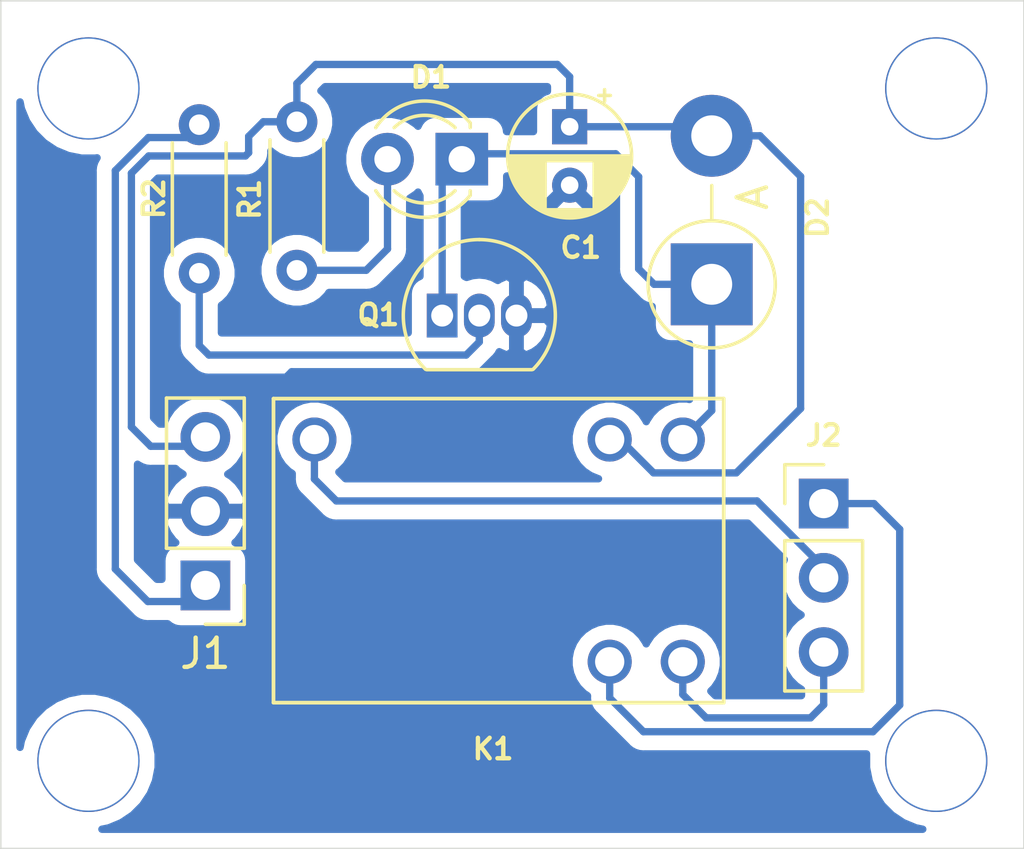
<source format=kicad_pcb>
(kicad_pcb (version 20171130) (host pcbnew "(5.1.12)-1")

  (general
    (thickness 1.6)
    (drawings 7)
    (tracks 79)
    (zones 0)
    (modules 9)
    (nets 10)
  )

  (page A4)
  (layers
    (0 F.Cu signal)
    (31 B.Cu signal)
    (32 B.Adhes user)
    (33 F.Adhes user)
    (34 B.Paste user)
    (35 F.Paste user)
    (36 B.SilkS user)
    (37 F.SilkS user)
    (38 B.Mask user)
    (39 F.Mask user)
    (40 Dwgs.User user)
    (41 Cmts.User user)
    (42 Eco1.User user)
    (43 Eco2.User user)
    (44 Edge.Cuts user)
    (45 Margin user)
    (46 B.CrtYd user)
    (47 F.CrtYd user)
    (48 B.Fab user)
    (49 F.Fab user)
  )

  (setup
    (last_trace_width 0.25)
    (trace_clearance 0.2)
    (zone_clearance 0.508)
    (zone_45_only no)
    (trace_min 0.2)
    (via_size 0.8)
    (via_drill 0.4)
    (via_min_size 0.4)
    (via_min_drill 0.3)
    (uvia_size 0.3)
    (uvia_drill 0.1)
    (uvias_allowed no)
    (uvia_min_size 0.2)
    (uvia_min_drill 0.1)
    (edge_width 0.05)
    (segment_width 0.2)
    (pcb_text_width 0.3)
    (pcb_text_size 1.5 1.5)
    (mod_edge_width 0.12)
    (mod_text_size 1 1)
    (mod_text_width 0.15)
    (pad_size 1.524 1.524)
    (pad_drill 0.762)
    (pad_to_mask_clearance 0)
    (aux_axis_origin 0 0)
    (visible_elements 7FFFFFFF)
    (pcbplotparams
      (layerselection 0x010fc_ffffffff)
      (usegerberextensions false)
      (usegerberattributes true)
      (usegerberadvancedattributes true)
      (creategerberjobfile true)
      (excludeedgelayer true)
      (linewidth 0.100000)
      (plotframeref false)
      (viasonmask false)
      (mode 1)
      (useauxorigin false)
      (hpglpennumber 1)
      (hpglpenspeed 20)
      (hpglpendiameter 15.000000)
      (psnegative false)
      (psa4output false)
      (plotreference true)
      (plotvalue true)
      (plotinvisibletext false)
      (padsonsilk false)
      (subtractmaskfromsilk false)
      (outputformat 1)
      (mirror false)
      (drillshape 0)
      (scaleselection 1)
      (outputdirectory "gerber/"))
  )

  (net 0 "")
  (net 1 Earth)
  (net 2 VCC)
  (net 3 "Net-(D1-Pad2)")
  (net 4 "Net-(D1-Pad1)")
  (net 5 "Net-(J1-Pad1)")
  (net 6 "Net-(J2-Pad3)")
  (net 7 "Net-(J2-Pad2)")
  (net 8 "Net-(J2-Pad1)")
  (net 9 "Net-(Q1-Pad2)")

  (net_class Default "This is the default net class."
    (clearance 0.2)
    (trace_width 0.25)
    (via_dia 0.8)
    (via_drill 0.4)
    (uvia_dia 0.3)
    (uvia_drill 0.1)
    (add_net Earth)
    (add_net "Net-(D1-Pad1)")
    (add_net "Net-(D1-Pad2)")
    (add_net "Net-(J1-Pad1)")
    (add_net "Net-(J2-Pad1)")
    (add_net "Net-(J2-Pad2)")
    (add_net "Net-(J2-Pad3)")
    (add_net "Net-(Q1-Pad2)")
    (add_net VCC)
  )

  (module Diode_THT:D_5W_P5.08mm_Vertical_AnodeUp (layer F.Cu) (tedit 5AE50CD5) (tstamp 64E55881)
    (at 162.32 82.7 90)
    (descr "Diode, 5W series, Axial, Vertical, pin pitch=5.08mm, , length*diameter=8.9*3.7mm^2, , http://www.diodes.com/_files/packages/8686949.gif")
    (tags "Diode 5W series Axial Vertical pin pitch 5.08mm  length 8.9mm diameter 3.7mm")
    (path /64E62961)
    (fp_text reference D2 (at 2.28 3.62 90) (layer F.SilkS)
      (effects (font (size 0.7 0.7) (thickness 0.15)))
    )
    (fp_text value IN4007 (at 7.58 0.37 180) (layer F.Fab)
      (effects (font (size 0.7 0.7) (thickness 0.15)))
    )
    (fp_circle (center 0 0) (end 1.85 0) (layer F.Fab) (width 0.1))
    (fp_circle (center 0 0) (end 2.174899 0) (layer F.SilkS) (width 0.12))
    (fp_line (start 0 0) (end 5.08 0) (layer F.Fab) (width 0.1))
    (fp_line (start 2.174899 0) (end 3.38 0) (layer F.SilkS) (width 0.12))
    (fp_line (start -2.1 -2.1) (end -2.1 2.1) (layer F.CrtYd) (width 0.05))
    (fp_line (start -2.1 2.1) (end 6.73 2.1) (layer F.CrtYd) (width 0.05))
    (fp_line (start 6.73 2.1) (end 6.73 -2.1) (layer F.CrtYd) (width 0.05))
    (fp_line (start 6.73 -2.1) (end -2.1 -2.1) (layer F.CrtYd) (width 0.05))
    (fp_text user A (at 2.98 1.4 90) (layer F.SilkS)
      (effects (font (size 1 1) (thickness 0.15)))
    )
    (fp_text user A (at 2.98 1.4 90) (layer F.Fab)
      (effects (font (size 1 1) (thickness 0.15)))
    )
    (fp_text user %R (at 2.88 -1.305 90) (layer F.Fab)
      (effects (font (size 1 1) (thickness 0.15)))
    )
    (pad 2 thru_hole oval (at 5.08 0 90) (size 2.8 2.8) (drill 1.4) (layers *.Cu *.Mask)
      (net 2 VCC))
    (pad 1 thru_hole rect (at 0 0 90) (size 2.8 2.8) (drill 1.4) (layers *.Cu *.Mask)
      (net 4 "Net-(D1-Pad1)"))
    (model ${KISYS3DMOD}/Diode_THT.3dshapes/D_5W_P5.08mm_Vertical_AnodeUp.wrl
      (at (xyz 0 0 0))
      (scale (xyz 1 1 1))
      (rotate (xyz 0 0 0))
    )
  )

  (module Capacitor_THT:CP_Radial_D4.0mm_P2.00mm (layer F.Cu) (tedit 5AE50EF0) (tstamp 64E5585D)
    (at 157.46 77.31 270)
    (descr "CP, Radial series, Radial, pin pitch=2.00mm, , diameter=4mm, Electrolytic Capacitor")
    (tags "CP Radial series Radial pin pitch 2.00mm  diameter 4mm Electrolytic Capacitor")
    (path /64E4C96F)
    (fp_text reference C1 (at 4.135 -0.38 180) (layer F.SilkS)
      (effects (font (size 0.7 0.7) (thickness 0.15)))
    )
    (fp_text value 0.1uf (at 5.16 -1.055) (layer F.Fab)
      (effects (font (size 0.7 0.7) (thickness 0.15)))
    )
    (fp_circle (center 1 0) (end 3 0) (layer F.Fab) (width 0.1))
    (fp_circle (center 1 0) (end 3.12 0) (layer F.SilkS) (width 0.12))
    (fp_circle (center 1 0) (end 3.25 0) (layer F.CrtYd) (width 0.05))
    (fp_line (start -0.702554 -0.8675) (end -0.302554 -0.8675) (layer F.Fab) (width 0.1))
    (fp_line (start -0.502554 -1.0675) (end -0.502554 -0.6675) (layer F.Fab) (width 0.1))
    (fp_line (start 1 -2.08) (end 1 2.08) (layer F.SilkS) (width 0.12))
    (fp_line (start 1.04 -2.08) (end 1.04 2.08) (layer F.SilkS) (width 0.12))
    (fp_line (start 1.08 -2.079) (end 1.08 2.079) (layer F.SilkS) (width 0.12))
    (fp_line (start 1.12 -2.077) (end 1.12 2.077) (layer F.SilkS) (width 0.12))
    (fp_line (start 1.16 -2.074) (end 1.16 2.074) (layer F.SilkS) (width 0.12))
    (fp_line (start 1.2 -2.071) (end 1.2 -0.84) (layer F.SilkS) (width 0.12))
    (fp_line (start 1.2 0.84) (end 1.2 2.071) (layer F.SilkS) (width 0.12))
    (fp_line (start 1.24 -2.067) (end 1.24 -0.84) (layer F.SilkS) (width 0.12))
    (fp_line (start 1.24 0.84) (end 1.24 2.067) (layer F.SilkS) (width 0.12))
    (fp_line (start 1.28 -2.062) (end 1.28 -0.84) (layer F.SilkS) (width 0.12))
    (fp_line (start 1.28 0.84) (end 1.28 2.062) (layer F.SilkS) (width 0.12))
    (fp_line (start 1.32 -2.056) (end 1.32 -0.84) (layer F.SilkS) (width 0.12))
    (fp_line (start 1.32 0.84) (end 1.32 2.056) (layer F.SilkS) (width 0.12))
    (fp_line (start 1.36 -2.05) (end 1.36 -0.84) (layer F.SilkS) (width 0.12))
    (fp_line (start 1.36 0.84) (end 1.36 2.05) (layer F.SilkS) (width 0.12))
    (fp_line (start 1.4 -2.042) (end 1.4 -0.84) (layer F.SilkS) (width 0.12))
    (fp_line (start 1.4 0.84) (end 1.4 2.042) (layer F.SilkS) (width 0.12))
    (fp_line (start 1.44 -2.034) (end 1.44 -0.84) (layer F.SilkS) (width 0.12))
    (fp_line (start 1.44 0.84) (end 1.44 2.034) (layer F.SilkS) (width 0.12))
    (fp_line (start 1.48 -2.025) (end 1.48 -0.84) (layer F.SilkS) (width 0.12))
    (fp_line (start 1.48 0.84) (end 1.48 2.025) (layer F.SilkS) (width 0.12))
    (fp_line (start 1.52 -2.016) (end 1.52 -0.84) (layer F.SilkS) (width 0.12))
    (fp_line (start 1.52 0.84) (end 1.52 2.016) (layer F.SilkS) (width 0.12))
    (fp_line (start 1.56 -2.005) (end 1.56 -0.84) (layer F.SilkS) (width 0.12))
    (fp_line (start 1.56 0.84) (end 1.56 2.005) (layer F.SilkS) (width 0.12))
    (fp_line (start 1.6 -1.994) (end 1.6 -0.84) (layer F.SilkS) (width 0.12))
    (fp_line (start 1.6 0.84) (end 1.6 1.994) (layer F.SilkS) (width 0.12))
    (fp_line (start 1.64 -1.982) (end 1.64 -0.84) (layer F.SilkS) (width 0.12))
    (fp_line (start 1.64 0.84) (end 1.64 1.982) (layer F.SilkS) (width 0.12))
    (fp_line (start 1.68 -1.968) (end 1.68 -0.84) (layer F.SilkS) (width 0.12))
    (fp_line (start 1.68 0.84) (end 1.68 1.968) (layer F.SilkS) (width 0.12))
    (fp_line (start 1.721 -1.954) (end 1.721 -0.84) (layer F.SilkS) (width 0.12))
    (fp_line (start 1.721 0.84) (end 1.721 1.954) (layer F.SilkS) (width 0.12))
    (fp_line (start 1.761 -1.94) (end 1.761 -0.84) (layer F.SilkS) (width 0.12))
    (fp_line (start 1.761 0.84) (end 1.761 1.94) (layer F.SilkS) (width 0.12))
    (fp_line (start 1.801 -1.924) (end 1.801 -0.84) (layer F.SilkS) (width 0.12))
    (fp_line (start 1.801 0.84) (end 1.801 1.924) (layer F.SilkS) (width 0.12))
    (fp_line (start 1.841 -1.907) (end 1.841 -0.84) (layer F.SilkS) (width 0.12))
    (fp_line (start 1.841 0.84) (end 1.841 1.907) (layer F.SilkS) (width 0.12))
    (fp_line (start 1.881 -1.889) (end 1.881 -0.84) (layer F.SilkS) (width 0.12))
    (fp_line (start 1.881 0.84) (end 1.881 1.889) (layer F.SilkS) (width 0.12))
    (fp_line (start 1.921 -1.87) (end 1.921 -0.84) (layer F.SilkS) (width 0.12))
    (fp_line (start 1.921 0.84) (end 1.921 1.87) (layer F.SilkS) (width 0.12))
    (fp_line (start 1.961 -1.851) (end 1.961 -0.84) (layer F.SilkS) (width 0.12))
    (fp_line (start 1.961 0.84) (end 1.961 1.851) (layer F.SilkS) (width 0.12))
    (fp_line (start 2.001 -1.83) (end 2.001 -0.84) (layer F.SilkS) (width 0.12))
    (fp_line (start 2.001 0.84) (end 2.001 1.83) (layer F.SilkS) (width 0.12))
    (fp_line (start 2.041 -1.808) (end 2.041 -0.84) (layer F.SilkS) (width 0.12))
    (fp_line (start 2.041 0.84) (end 2.041 1.808) (layer F.SilkS) (width 0.12))
    (fp_line (start 2.081 -1.785) (end 2.081 -0.84) (layer F.SilkS) (width 0.12))
    (fp_line (start 2.081 0.84) (end 2.081 1.785) (layer F.SilkS) (width 0.12))
    (fp_line (start 2.121 -1.76) (end 2.121 -0.84) (layer F.SilkS) (width 0.12))
    (fp_line (start 2.121 0.84) (end 2.121 1.76) (layer F.SilkS) (width 0.12))
    (fp_line (start 2.161 -1.735) (end 2.161 -0.84) (layer F.SilkS) (width 0.12))
    (fp_line (start 2.161 0.84) (end 2.161 1.735) (layer F.SilkS) (width 0.12))
    (fp_line (start 2.201 -1.708) (end 2.201 -0.84) (layer F.SilkS) (width 0.12))
    (fp_line (start 2.201 0.84) (end 2.201 1.708) (layer F.SilkS) (width 0.12))
    (fp_line (start 2.241 -1.68) (end 2.241 -0.84) (layer F.SilkS) (width 0.12))
    (fp_line (start 2.241 0.84) (end 2.241 1.68) (layer F.SilkS) (width 0.12))
    (fp_line (start 2.281 -1.65) (end 2.281 -0.84) (layer F.SilkS) (width 0.12))
    (fp_line (start 2.281 0.84) (end 2.281 1.65) (layer F.SilkS) (width 0.12))
    (fp_line (start 2.321 -1.619) (end 2.321 -0.84) (layer F.SilkS) (width 0.12))
    (fp_line (start 2.321 0.84) (end 2.321 1.619) (layer F.SilkS) (width 0.12))
    (fp_line (start 2.361 -1.587) (end 2.361 -0.84) (layer F.SilkS) (width 0.12))
    (fp_line (start 2.361 0.84) (end 2.361 1.587) (layer F.SilkS) (width 0.12))
    (fp_line (start 2.401 -1.552) (end 2.401 -0.84) (layer F.SilkS) (width 0.12))
    (fp_line (start 2.401 0.84) (end 2.401 1.552) (layer F.SilkS) (width 0.12))
    (fp_line (start 2.441 -1.516) (end 2.441 -0.84) (layer F.SilkS) (width 0.12))
    (fp_line (start 2.441 0.84) (end 2.441 1.516) (layer F.SilkS) (width 0.12))
    (fp_line (start 2.481 -1.478) (end 2.481 -0.84) (layer F.SilkS) (width 0.12))
    (fp_line (start 2.481 0.84) (end 2.481 1.478) (layer F.SilkS) (width 0.12))
    (fp_line (start 2.521 -1.438) (end 2.521 -0.84) (layer F.SilkS) (width 0.12))
    (fp_line (start 2.521 0.84) (end 2.521 1.438) (layer F.SilkS) (width 0.12))
    (fp_line (start 2.561 -1.396) (end 2.561 -0.84) (layer F.SilkS) (width 0.12))
    (fp_line (start 2.561 0.84) (end 2.561 1.396) (layer F.SilkS) (width 0.12))
    (fp_line (start 2.601 -1.351) (end 2.601 -0.84) (layer F.SilkS) (width 0.12))
    (fp_line (start 2.601 0.84) (end 2.601 1.351) (layer F.SilkS) (width 0.12))
    (fp_line (start 2.641 -1.304) (end 2.641 -0.84) (layer F.SilkS) (width 0.12))
    (fp_line (start 2.641 0.84) (end 2.641 1.304) (layer F.SilkS) (width 0.12))
    (fp_line (start 2.681 -1.254) (end 2.681 -0.84) (layer F.SilkS) (width 0.12))
    (fp_line (start 2.681 0.84) (end 2.681 1.254) (layer F.SilkS) (width 0.12))
    (fp_line (start 2.721 -1.2) (end 2.721 -0.84) (layer F.SilkS) (width 0.12))
    (fp_line (start 2.721 0.84) (end 2.721 1.2) (layer F.SilkS) (width 0.12))
    (fp_line (start 2.761 -1.142) (end 2.761 -0.84) (layer F.SilkS) (width 0.12))
    (fp_line (start 2.761 0.84) (end 2.761 1.142) (layer F.SilkS) (width 0.12))
    (fp_line (start 2.801 -1.08) (end 2.801 -0.84) (layer F.SilkS) (width 0.12))
    (fp_line (start 2.801 0.84) (end 2.801 1.08) (layer F.SilkS) (width 0.12))
    (fp_line (start 2.841 -1.013) (end 2.841 1.013) (layer F.SilkS) (width 0.12))
    (fp_line (start 2.881 -0.94) (end 2.881 0.94) (layer F.SilkS) (width 0.12))
    (fp_line (start 2.921 -0.859) (end 2.921 0.859) (layer F.SilkS) (width 0.12))
    (fp_line (start 2.961 -0.768) (end 2.961 0.768) (layer F.SilkS) (width 0.12))
    (fp_line (start 3.001 -0.664) (end 3.001 0.664) (layer F.SilkS) (width 0.12))
    (fp_line (start 3.041 -0.537) (end 3.041 0.537) (layer F.SilkS) (width 0.12))
    (fp_line (start 3.081 -0.37) (end 3.081 0.37) (layer F.SilkS) (width 0.12))
    (fp_line (start -1.269801 -1.195) (end -0.869801 -1.195) (layer F.SilkS) (width 0.12))
    (fp_line (start -1.069801 -1.395) (end -1.069801 -0.995) (layer F.SilkS) (width 0.12))
    (fp_text user %R (at 1 0 90) (layer F.Fab)
      (effects (font (size 0.8 0.8) (thickness 0.12)))
    )
    (pad 2 thru_hole circle (at 2 0 270) (size 1.2 1.2) (drill 0.6) (layers *.Cu *.Mask)
      (net 1 Earth))
    (pad 1 thru_hole rect (at 0 0 270) (size 1.2 1.2) (drill 0.6) (layers *.Cu *.Mask)
      (net 2 VCC))
    (model ${KISYS3DMOD}/Capacitor_THT.3dshapes/CP_Radial_D4.0mm_P2.00mm.wrl
      (at (xyz 0 0 0))
      (scale (xyz 1 1 1))
      (rotate (xyz 0 0 0))
    )
  )

  (module Resistor_THT:R_Axial_DIN0204_L3.6mm_D1.6mm_P5.08mm_Horizontal (layer F.Cu) (tedit 5AE5139B) (tstamp 64E558FC)
    (at 144.79 82.32 90)
    (descr "Resistor, Axial_DIN0204 series, Axial, Horizontal, pin pitch=5.08mm, 0.167W, length*diameter=3.6*1.6mm^2, http://cdn-reichelt.de/documents/datenblatt/B400/1_4W%23YAG.pdf")
    (tags "Resistor Axial_DIN0204 series Axial Horizontal pin pitch 5.08mm 0.167W length 3.6mm diameter 1.6mm")
    (path /64E50BEE)
    (fp_text reference R2 (at 2.55 -1.55 90) (layer F.SilkS)
      (effects (font (size 0.7 0.7) (thickness 0.15)))
    )
    (fp_text value 5.1K (at 4.575 1.725 90) (layer F.Fab)
      (effects (font (size 0.7 0.7) (thickness 0.15)))
    )
    (fp_line (start 0.74 -0.8) (end 0.74 0.8) (layer F.Fab) (width 0.1))
    (fp_line (start 0.74 0.8) (end 4.34 0.8) (layer F.Fab) (width 0.1))
    (fp_line (start 4.34 0.8) (end 4.34 -0.8) (layer F.Fab) (width 0.1))
    (fp_line (start 4.34 -0.8) (end 0.74 -0.8) (layer F.Fab) (width 0.1))
    (fp_line (start 0 0) (end 0.74 0) (layer F.Fab) (width 0.1))
    (fp_line (start 5.08 0) (end 4.34 0) (layer F.Fab) (width 0.1))
    (fp_line (start 0.62 -0.92) (end 4.46 -0.92) (layer F.SilkS) (width 0.12))
    (fp_line (start 0.62 0.92) (end 4.46 0.92) (layer F.SilkS) (width 0.12))
    (fp_line (start -0.95 -1.05) (end -0.95 1.05) (layer F.CrtYd) (width 0.05))
    (fp_line (start -0.95 1.05) (end 6.03 1.05) (layer F.CrtYd) (width 0.05))
    (fp_line (start 6.03 1.05) (end 6.03 -1.05) (layer F.CrtYd) (width 0.05))
    (fp_line (start 6.03 -1.05) (end -0.95 -1.05) (layer F.CrtYd) (width 0.05))
    (fp_text user %R (at 2.54 0 90) (layer F.Fab)
      (effects (font (size 0.72 0.72) (thickness 0.108)))
    )
    (pad 2 thru_hole oval (at 5.08 0 90) (size 1.4 1.4) (drill 0.7) (layers *.Cu *.Mask)
      (net 5 "Net-(J1-Pad1)"))
    (pad 1 thru_hole circle (at 0 0 90) (size 1.4 1.4) (drill 0.7) (layers *.Cu *.Mask)
      (net 9 "Net-(Q1-Pad2)"))
    (model ${KISYS3DMOD}/Resistor_THT.3dshapes/R_Axial_DIN0204_L3.6mm_D1.6mm_P5.08mm_Horizontal.wrl
      (at (xyz 0 0 0))
      (scale (xyz 1 1 1))
      (rotate (xyz 0 0 0))
    )
  )

  (module Resistor_THT:R_Axial_DIN0204_L3.6mm_D1.6mm_P5.08mm_Horizontal (layer F.Cu) (tedit 5AE5139B) (tstamp 64E558E9)
    (at 148.13 77.14 270)
    (descr "Resistor, Axial_DIN0204 series, Axial, Horizontal, pin pitch=5.08mm, 0.167W, length*diameter=3.6*1.6mm^2, http://cdn-reichelt.de/documents/datenblatt/B400/1_4W%23YAG.pdf")
    (tags "Resistor Axial_DIN0204 series Axial Horizontal pin pitch 5.08mm 0.167W length 3.6mm diameter 1.6mm")
    (path /64E4DD7F)
    (fp_text reference R1 (at 2.655 1.615 90) (layer F.SilkS)
      (effects (font (size 0.7 0.7) (thickness 0.15)))
    )
    (fp_text value 1K (at 1.78 -1.56 90) (layer F.Fab)
      (effects (font (size 0.7 0.7) (thickness 0.15)))
    )
    (fp_line (start 0.74 -0.8) (end 0.74 0.8) (layer F.Fab) (width 0.1))
    (fp_line (start 0.74 0.8) (end 4.34 0.8) (layer F.Fab) (width 0.1))
    (fp_line (start 4.34 0.8) (end 4.34 -0.8) (layer F.Fab) (width 0.1))
    (fp_line (start 4.34 -0.8) (end 0.74 -0.8) (layer F.Fab) (width 0.1))
    (fp_line (start 0 0) (end 0.74 0) (layer F.Fab) (width 0.1))
    (fp_line (start 5.08 0) (end 4.34 0) (layer F.Fab) (width 0.1))
    (fp_line (start 0.62 -0.92) (end 4.46 -0.92) (layer F.SilkS) (width 0.12))
    (fp_line (start 0.62 0.92) (end 4.46 0.92) (layer F.SilkS) (width 0.12))
    (fp_line (start -0.95 -1.05) (end -0.95 1.05) (layer F.CrtYd) (width 0.05))
    (fp_line (start -0.95 1.05) (end 6.03 1.05) (layer F.CrtYd) (width 0.05))
    (fp_line (start 6.03 1.05) (end 6.03 -1.05) (layer F.CrtYd) (width 0.05))
    (fp_line (start 6.03 -1.05) (end -0.95 -1.05) (layer F.CrtYd) (width 0.05))
    (fp_text user %R (at 2.54 0 90) (layer F.Fab)
      (effects (font (size 0.72 0.72) (thickness 0.108)))
    )
    (pad 2 thru_hole oval (at 5.08 0 270) (size 1.4 1.4) (drill 0.7) (layers *.Cu *.Mask)
      (net 3 "Net-(D1-Pad2)"))
    (pad 1 thru_hole circle (at 0 0 270) (size 1.4 1.4) (drill 0.7) (layers *.Cu *.Mask)
      (net 2 VCC))
    (model ${KISYS3DMOD}/Resistor_THT.3dshapes/R_Axial_DIN0204_L3.6mm_D1.6mm_P5.08mm_Horizontal.wrl
      (at (xyz 0 0 0))
      (scale (xyz 1 1 1))
      (rotate (xyz 0 0 0))
    )
  )

  (module Package_TO_SOT_THT:TO-92_Inline (layer F.Cu) (tedit 5A1DD157) (tstamp 64E558D6)
    (at 153.1 83.77)
    (descr "TO-92 leads in-line, narrow, oval pads, drill 0.75mm (see NXP sot054_po.pdf)")
    (tags "to-92 sc-43 sc-43a sot54 PA33 transistor")
    (path /64E517F6)
    (fp_text reference Q1 (at -2.185 -0.025) (layer F.SilkS)
      (effects (font (size 0.7 0.7) (thickness 0.15)))
    )
    (fp_text value BC547 (at 1.74 2.65) (layer F.Fab)
      (effects (font (size 0.7 0.7) (thickness 0.15)))
    )
    (fp_line (start -0.53 1.85) (end 3.07 1.85) (layer F.SilkS) (width 0.12))
    (fp_line (start -0.5 1.75) (end 3 1.75) (layer F.Fab) (width 0.1))
    (fp_line (start -1.46 -2.73) (end 4 -2.73) (layer F.CrtYd) (width 0.05))
    (fp_line (start -1.46 -2.73) (end -1.46 2.01) (layer F.CrtYd) (width 0.05))
    (fp_line (start 4 2.01) (end 4 -2.73) (layer F.CrtYd) (width 0.05))
    (fp_line (start 4 2.01) (end -1.46 2.01) (layer F.CrtYd) (width 0.05))
    (fp_arc (start 1.27 0) (end 1.27 -2.6) (angle 135) (layer F.SilkS) (width 0.12))
    (fp_arc (start 1.27 0) (end 1.27 -2.48) (angle -135) (layer F.Fab) (width 0.1))
    (fp_arc (start 1.27 0) (end 1.27 -2.6) (angle -135) (layer F.SilkS) (width 0.12))
    (fp_arc (start 1.27 0) (end 1.27 -2.48) (angle 135) (layer F.Fab) (width 0.1))
    (fp_text user %R (at -2.31 -0.16) (layer F.Fab)
      (effects (font (size 1 1) (thickness 0.15)))
    )
    (pad 1 thru_hole rect (at 0 0) (size 1.05 1.5) (drill 0.75) (layers *.Cu *.Mask)
      (net 4 "Net-(D1-Pad1)"))
    (pad 3 thru_hole oval (at 2.54 0) (size 1.05 1.5) (drill 0.75) (layers *.Cu *.Mask)
      (net 1 Earth))
    (pad 2 thru_hole oval (at 1.27 0) (size 1.05 1.5) (drill 0.75) (layers *.Cu *.Mask)
      (net 9 "Net-(Q1-Pad2)"))
    (model ${KISYS3DMOD}/Package_TO_SOT_THT.3dshapes/TO-92_Inline.wrl
      (at (xyz 0 0 0))
      (scale (xyz 1 1 1))
      (rotate (xyz 0 0 0))
    )
  )

  (module 6-1419130-5:TE_6-1419130-5 (layer F.Cu) (tedit 64E4BD26) (tstamp 64E558C4)
    (at 155.03 91.81 180)
    (path /64E55029)
    (fp_text reference K1 (at 0.19 -6.785) (layer F.SilkS)
      (effects (font (size 0.7 0.7) (thickness 0.15)))
    )
    (fp_text value 6-1419130-5 (at -4.985 -6.46) (layer F.Fab)
      (effects (font (size 0.7 0.7) (thickness 0.15)))
    )
    (fp_line (start -7.7 -5.2) (end 7.7 -5.2) (layer F.SilkS) (width 0.127))
    (fp_line (start 7.7 -5.2) (end 7.7 5.2) (layer F.SilkS) (width 0.127))
    (fp_line (start 7.7 5.2) (end -7.7 5.2) (layer F.SilkS) (width 0.127))
    (fp_line (start -7.7 5.2) (end -7.7 -5.2) (layer F.SilkS) (width 0.127))
    (fp_line (start -7.7 5.2) (end 7.7 5.2) (layer F.Fab) (width 0.127))
    (fp_line (start 7.7 5.2) (end 7.7 -5.2) (layer F.Fab) (width 0.127))
    (fp_line (start 7.7 -5.2) (end -7.7 -5.2) (layer F.Fab) (width 0.127))
    (fp_line (start -7.7 -5.2) (end -7.7 5.2) (layer F.Fab) (width 0.127))
    (fp_line (start -7.95 5.45) (end 7.95 5.45) (layer F.CrtYd) (width 0.05))
    (fp_line (start 7.95 5.45) (end 7.95 -5.45) (layer F.CrtYd) (width 0.05))
    (fp_line (start 7.95 -5.45) (end -7.95 -5.45) (layer F.CrtYd) (width 0.05))
    (fp_line (start -7.95 -5.45) (end -7.95 5.45) (layer F.CrtYd) (width 0.05))
    (pad 12 thru_hole circle (at -6.3 -3.8 180) (size 1.508 1.508) (drill 1) (layers *.Cu *.Mask)
      (net 6 "Net-(J2-Pad3)"))
    (pad 14 thru_hole circle (at -3.8 -3.8 180) (size 1.508 1.508) (drill 1) (layers *.Cu *.Mask)
      (net 8 "Net-(J2-Pad1)"))
    (pad A1 thru_hole circle (at -6.3 3.8 180) (size 1.508 1.508) (drill 1) (layers *.Cu *.Mask)
      (net 4 "Net-(D1-Pad1)"))
    (pad A2 thru_hole circle (at -3.8 3.8 180) (size 1.508 1.508) (drill 1) (layers *.Cu *.Mask)
      (net 2 VCC))
    (pad 11 thru_hole circle (at 6.3 3.8 180) (size 1.508 1.508) (drill 1) (layers *.Cu *.Mask)
      (net 7 "Net-(J2-Pad2)"))
  )

  (module Connector_PinHeader_2.54mm:PinHeader_1x03_P2.54mm_Vertical (layer F.Cu) (tedit 59FED5CC) (tstamp 64E558AF)
    (at 166.15 90.2)
    (descr "Through hole straight pin header, 1x03, 2.54mm pitch, single row")
    (tags "Through hole pin header THT 1x03 2.54mm single row")
    (path /64E52D65)
    (fp_text reference J2 (at 0 -2.33) (layer F.SilkS)
      (effects (font (size 0.7 0.7) (thickness 0.15)))
    )
    (fp_text value Screw_Terminal (at 3.61 2.26 270) (layer F.Fab)
      (effects (font (size 0.7 0.7) (thickness 0.15)))
    )
    (fp_line (start -0.635 -1.27) (end 1.27 -1.27) (layer F.Fab) (width 0.1))
    (fp_line (start 1.27 -1.27) (end 1.27 6.35) (layer F.Fab) (width 0.1))
    (fp_line (start 1.27 6.35) (end -1.27 6.35) (layer F.Fab) (width 0.1))
    (fp_line (start -1.27 6.35) (end -1.27 -0.635) (layer F.Fab) (width 0.1))
    (fp_line (start -1.27 -0.635) (end -0.635 -1.27) (layer F.Fab) (width 0.1))
    (fp_line (start -1.33 6.41) (end 1.33 6.41) (layer F.SilkS) (width 0.12))
    (fp_line (start -1.33 1.27) (end -1.33 6.41) (layer F.SilkS) (width 0.12))
    (fp_line (start 1.33 1.27) (end 1.33 6.41) (layer F.SilkS) (width 0.12))
    (fp_line (start -1.33 1.27) (end 1.33 1.27) (layer F.SilkS) (width 0.12))
    (fp_line (start -1.33 0) (end -1.33 -1.33) (layer F.SilkS) (width 0.12))
    (fp_line (start -1.33 -1.33) (end 0 -1.33) (layer F.SilkS) (width 0.12))
    (fp_line (start -1.8 -1.8) (end -1.8 6.85) (layer F.CrtYd) (width 0.05))
    (fp_line (start -1.8 6.85) (end 1.8 6.85) (layer F.CrtYd) (width 0.05))
    (fp_line (start 1.8 6.85) (end 1.8 -1.8) (layer F.CrtYd) (width 0.05))
    (fp_line (start 1.8 -1.8) (end -1.8 -1.8) (layer F.CrtYd) (width 0.05))
    (fp_text user %R (at 0 2.54 90) (layer F.Fab)
      (effects (font (size 1 1) (thickness 0.15)))
    )
    (pad 3 thru_hole oval (at 0 5.08) (size 1.7 1.7) (drill 1) (layers *.Cu *.Mask)
      (net 6 "Net-(J2-Pad3)"))
    (pad 2 thru_hole oval (at 0 2.54) (size 1.7 1.7) (drill 1) (layers *.Cu *.Mask)
      (net 7 "Net-(J2-Pad2)"))
    (pad 1 thru_hole rect (at 0 0) (size 1.7 1.7) (drill 1) (layers *.Cu *.Mask)
      (net 8 "Net-(J2-Pad1)"))
    (model ${KISYS3DMOD}/Connector_PinHeader_2.54mm.3dshapes/PinHeader_1x03_P2.54mm_Vertical.wrl
      (at (xyz 0 0 0))
      (scale (xyz 1 1 1))
      (rotate (xyz 0 0 0))
    )
  )

  (module Connector_PinHeader_2.54mm:PinHeader_1x03_P2.54mm_Vertical (layer F.Cu) (tedit 59FED5CC) (tstamp 64E55898)
    (at 145 93 180)
    (descr "Through hole straight pin header, 1x03, 2.54mm pitch, single row")
    (tags "Through hole pin header THT 1x03 2.54mm single row")
    (path /64E4B8FE)
    (fp_text reference J1 (at 0 -2.33) (layer F.SilkS)
      (effects (font (size 1 1) (thickness 0.15)))
    )
    (fp_text value conn (at 0 7.41) (layer F.Fab)
      (effects (font (size 0.7 0.7) (thickness 0.15)))
    )
    (fp_line (start -0.635 -1.27) (end 1.27 -1.27) (layer F.Fab) (width 0.1))
    (fp_line (start 1.27 -1.27) (end 1.27 6.35) (layer F.Fab) (width 0.1))
    (fp_line (start 1.27 6.35) (end -1.27 6.35) (layer F.Fab) (width 0.1))
    (fp_line (start -1.27 6.35) (end -1.27 -0.635) (layer F.Fab) (width 0.1))
    (fp_line (start -1.27 -0.635) (end -0.635 -1.27) (layer F.Fab) (width 0.1))
    (fp_line (start -1.33 6.41) (end 1.33 6.41) (layer F.SilkS) (width 0.12))
    (fp_line (start -1.33 1.27) (end -1.33 6.41) (layer F.SilkS) (width 0.12))
    (fp_line (start 1.33 1.27) (end 1.33 6.41) (layer F.SilkS) (width 0.12))
    (fp_line (start -1.33 1.27) (end 1.33 1.27) (layer F.SilkS) (width 0.12))
    (fp_line (start -1.33 0) (end -1.33 -1.33) (layer F.SilkS) (width 0.12))
    (fp_line (start -1.33 -1.33) (end 0 -1.33) (layer F.SilkS) (width 0.12))
    (fp_line (start -1.8 -1.8) (end -1.8 6.85) (layer F.CrtYd) (width 0.05))
    (fp_line (start -1.8 6.85) (end 1.8 6.85) (layer F.CrtYd) (width 0.05))
    (fp_line (start 1.8 6.85) (end 1.8 -1.8) (layer F.CrtYd) (width 0.05))
    (fp_line (start 1.8 -1.8) (end -1.8 -1.8) (layer F.CrtYd) (width 0.05))
    (fp_text user %R (at 0 2.54 90) (layer F.Fab)
      (effects (font (size 1 1) (thickness 0.15)))
    )
    (pad 3 thru_hole oval (at 0 5.08 180) (size 1.7 1.7) (drill 1) (layers *.Cu *.Mask)
      (net 2 VCC))
    (pad 2 thru_hole oval (at 0 2.54 180) (size 1.7 1.7) (drill 1) (layers *.Cu *.Mask)
      (net 1 Earth))
    (pad 1 thru_hole rect (at 0 0 180) (size 1.7 1.7) (drill 1) (layers *.Cu *.Mask)
      (net 5 "Net-(J1-Pad1)"))
    (model ${KISYS3DMOD}/Connector_PinHeader_2.54mm.3dshapes/PinHeader_1x03_P2.54mm_Vertical.wrl
      (at (xyz 0 0 0))
      (scale (xyz 1 1 1))
      (rotate (xyz 0 0 0))
    )
  )

  (module LED_THT:LED_D3.0mm (layer F.Cu) (tedit 587A3A7B) (tstamp 64E55870)
    (at 153.77 78.42 180)
    (descr "LED, diameter 3.0mm, 2 pins")
    (tags "LED diameter 3.0mm 2 pins")
    (path /64E4F2A1)
    (fp_text reference D1 (at 1.055 2.8) (layer F.SilkS)
      (effects (font (size 0.7 0.7) (thickness 0.15)))
    )
    (fp_text value LED (at -0.52 -2.075) (layer F.Fab)
      (effects (font (size 0.7 0.7) (thickness 0.15)))
    )
    (fp_circle (center 1.27 0) (end 2.77 0) (layer F.Fab) (width 0.1))
    (fp_line (start -0.23 -1.16619) (end -0.23 1.16619) (layer F.Fab) (width 0.1))
    (fp_line (start -0.29 -1.236) (end -0.29 -1.08) (layer F.SilkS) (width 0.12))
    (fp_line (start -0.29 1.08) (end -0.29 1.236) (layer F.SilkS) (width 0.12))
    (fp_line (start -1.15 -2.25) (end -1.15 2.25) (layer F.CrtYd) (width 0.05))
    (fp_line (start -1.15 2.25) (end 3.7 2.25) (layer F.CrtYd) (width 0.05))
    (fp_line (start 3.7 2.25) (end 3.7 -2.25) (layer F.CrtYd) (width 0.05))
    (fp_line (start 3.7 -2.25) (end -1.15 -2.25) (layer F.CrtYd) (width 0.05))
    (fp_arc (start 1.27 0) (end 0.229039 1.08) (angle -87.9) (layer F.SilkS) (width 0.12))
    (fp_arc (start 1.27 0) (end 0.229039 -1.08) (angle 87.9) (layer F.SilkS) (width 0.12))
    (fp_arc (start 1.27 0) (end -0.29 1.235516) (angle -108.8) (layer F.SilkS) (width 0.12))
    (fp_arc (start 1.27 0) (end -0.29 -1.235516) (angle 108.8) (layer F.SilkS) (width 0.12))
    (fp_arc (start 1.27 0) (end -0.23 -1.16619) (angle 284.3) (layer F.Fab) (width 0.1))
    (pad 2 thru_hole circle (at 2.54 0 180) (size 1.8 1.8) (drill 0.9) (layers *.Cu *.Mask)
      (net 3 "Net-(D1-Pad2)"))
    (pad 1 thru_hole rect (at 0 0 180) (size 1.8 1.8) (drill 0.9) (layers *.Cu *.Mask)
      (net 4 "Net-(D1-Pad1)"))
    (model ${KISYS3DMOD}/LED_THT.3dshapes/LED_D3.0mm.wrl
      (at (xyz 0 0 0))
      (scale (xyz 1 1 1))
      (rotate (xyz 0 0 0))
    )
  )

  (gr_line (start 173 73) (end 168 73) (layer Edge.Cuts) (width 0.05) (tstamp 64E56B8B))
  (gr_line (start 173 102) (end 173 73) (layer Edge.Cuts) (width 0.05))
  (gr_line (start 138 102) (end 173 102) (layer Edge.Cuts) (width 0.05))
  (gr_line (start 138 99) (end 138 102) (layer Edge.Cuts) (width 0.05))
  (gr_line (start 138 73) (end 139 73) (layer Edge.Cuts) (width 0.05) (tstamp 64E562EA))
  (gr_line (start 138 99) (end 138 73) (layer Edge.Cuts) (width 0.05))
  (gr_line (start 139 73) (end 168 73) (layer Edge.Cuts) (width 0.05))

  (via (at 141 76) (size 3.5) (drill 3.4) (layers F.Cu B.Cu) (net 0))
  (via (at 170 76) (size 3.5) (drill 3.4) (layers F.Cu B.Cu) (net 0))
  (via (at 141 99) (size 3.5) (drill 3.4) (layers F.Cu B.Cu) (net 0) (tstamp 64E56B76))
  (via (at 170 99) (size 3.5) (drill 3.4) (layers F.Cu B.Cu) (net 0) (tstamp 64E56B76))
  (segment (start 145 90.46) (end 146.24 90.46) (width 0.25) (layer B.Cu) (net 1))
  (segment (start 146.24 90.46) (end 147.21 89.49) (width 0.25) (layer B.Cu) (net 1))
  (segment (start 147.21 86.43) (end 147.95 85.69) (width 0.25) (layer B.Cu) (net 1))
  (segment (start 147.21 89.49) (end 147.21 86.43) (width 0.25) (layer B.Cu) (net 1))
  (segment (start 147.95 85.69) (end 155.3 85.69) (width 0.25) (layer B.Cu) (net 1))
  (segment (start 155.64 85.35) (end 155.64 83.77) (width 0.25) (layer B.Cu) (net 1))
  (segment (start 155.3 85.69) (end 155.64 85.35) (width 0.25) (layer B.Cu) (net 1))
  (segment (start 162.01 77.31) (end 162.32 77.62) (width 0.25) (layer B.Cu) (net 2))
  (segment (start 157.46 77.31) (end 162.01 77.31) (width 0.25) (layer B.Cu) (net 2))
  (segment (start 148.13 77.14) (end 148.13 75.83) (width 0.25) (layer B.Cu) (net 2))
  (segment (start 148.13 75.83) (end 148.78 75.18) (width 0.25) (layer B.Cu) (net 2))
  (segment (start 148.78 75.18) (end 157.04 75.18) (width 0.25) (layer B.Cu) (net 2))
  (segment (start 157.46 75.6) (end 157.46 77.31) (width 0.25) (layer B.Cu) (net 2))
  (segment (start 157.04 75.18) (end 157.46 75.6) (width 0.25) (layer B.Cu) (net 2))
  (segment (start 163.97 77.62) (end 162.32 77.62) (width 0.25) (layer B.Cu) (net 2))
  (segment (start 165.36 86.95) (end 165.36 79.01) (width 0.25) (layer B.Cu) (net 2))
  (segment (start 163.16 89.15) (end 165.36 86.95) (width 0.25) (layer B.Cu) (net 2))
  (segment (start 160.33 89.15) (end 163.16 89.15) (width 0.25) (layer B.Cu) (net 2))
  (segment (start 165.36 79.01) (end 163.97 77.62) (width 0.25) (layer B.Cu) (net 2))
  (segment (start 159.19 88.01) (end 160.33 89.15) (width 0.25) (layer B.Cu) (net 2))
  (segment (start 158.83 88.01) (end 159.19 88.01) (width 0.25) (layer B.Cu) (net 2))
  (segment (start 144.68 88.24) (end 145 87.92) (width 0.25) (layer B.Cu) (net 2))
  (segment (start 143.13 88.24) (end 144.68 88.24) (width 0.25) (layer B.Cu) (net 2))
  (segment (start 142.47 87.58) (end 143.13 88.24) (width 0.25) (layer B.Cu) (net 2))
  (segment (start 142.47 78.9) (end 142.47 87.58) (width 0.25) (layer B.Cu) (net 2))
  (segment (start 146.37 78.31) (end 143.06 78.31) (width 0.25) (layer B.Cu) (net 2))
  (segment (start 143.06 78.31) (end 142.47 78.9) (width 0.25) (layer B.Cu) (net 2))
  (segment (start 146.48 78.2) (end 146.37 78.31) (width 0.25) (layer B.Cu) (net 2))
  (segment (start 146.48 77.64) (end 146.48 78.2) (width 0.25) (layer B.Cu) (net 2))
  (segment (start 146.98 77.14) (end 146.48 77.64) (width 0.25) (layer B.Cu) (net 2))
  (segment (start 148.13 77.14) (end 146.98 77.14) (width 0.25) (layer B.Cu) (net 2))
  (segment (start 151.08 78.27) (end 151.23 78.42) (width 0.25) (layer B.Cu) (net 3))
  (segment (start 148.13 82.22) (end 150.5 82.22) (width 0.25) (layer B.Cu) (net 3))
  (segment (start 151.23 81.49) (end 151.23 78.42) (width 0.25) (layer B.Cu) (net 3))
  (segment (start 150.5 82.22) (end 151.23 81.49) (width 0.25) (layer B.Cu) (net 3))
  (segment (start 153.1 79.09) (end 153.77 78.42) (width 0.25) (layer B.Cu) (net 4))
  (segment (start 153.1 83.77) (end 153.1 79.09) (width 0.25) (layer B.Cu) (net 4))
  (segment (start 159.035001 78.235001) (end 153.954999 78.235001) (width 0.25) (layer B.Cu) (net 4))
  (segment (start 159.82 79.02) (end 159.035001 78.235001) (width 0.25) (layer B.Cu) (net 4))
  (segment (start 159.82 82.17) (end 159.82 79.02) (width 0.25) (layer B.Cu) (net 4))
  (segment (start 160.35 82.7) (end 159.82 82.17) (width 0.25) (layer B.Cu) (net 4))
  (segment (start 153.954999 78.235001) (end 153.77 78.42) (width 0.25) (layer B.Cu) (net 4))
  (segment (start 162.32 82.7) (end 160.35 82.7) (width 0.25) (layer B.Cu) (net 4))
  (segment (start 162.32 87.02) (end 162.32 82.7) (width 0.25) (layer B.Cu) (net 4))
  (segment (start 161.33 88.01) (end 162.32 87.02) (width 0.25) (layer B.Cu) (net 4))
  (segment (start 144.45 93.55) (end 145 93) (width 0.25) (layer B.Cu) (net 5))
  (segment (start 143.03 93.55) (end 144.45 93.55) (width 0.25) (layer B.Cu) (net 5))
  (segment (start 141.92 92.44) (end 143.03 93.55) (width 0.25) (layer B.Cu) (net 5))
  (segment (start 141.92 78.81) (end 141.92 92.44) (width 0.25) (layer B.Cu) (net 5))
  (segment (start 143.05 77.68) (end 141.92 78.81) (width 0.25) (layer B.Cu) (net 5))
  (segment (start 144.35 77.68) (end 143.05 77.68) (width 0.25) (layer B.Cu) (net 5))
  (segment (start 144.79 77.24) (end 144.35 77.68) (width 0.25) (layer B.Cu) (net 5))
  (segment (start 161.33 95.61) (end 161.33 96.73) (width 0.25) (layer B.Cu) (net 6))
  (segment (start 161.33 96.73) (end 162.13 97.53) (width 0.25) (layer B.Cu) (net 6))
  (segment (start 162.13 97.53) (end 165.7 97.53) (width 0.25) (layer B.Cu) (net 6))
  (segment (start 166.15 97.08) (end 166.15 95.28) (width 0.25) (layer B.Cu) (net 6))
  (segment (start 165.7 97.53) (end 166.15 97.08) (width 0.25) (layer B.Cu) (net 6))
  (segment (start 166.15 92.39) (end 166.15 92.74) (width 0.25) (layer B.Cu) (net 7))
  (segment (start 163.87 90.11) (end 166.15 92.39) (width 0.25) (layer B.Cu) (net 7))
  (segment (start 149.48 90.11) (end 163.87 90.11) (width 0.25) (layer B.Cu) (net 7))
  (segment (start 148.73 89.36) (end 149.48 90.11) (width 0.25) (layer B.Cu) (net 7))
  (segment (start 148.73 88.01) (end 148.73 89.36) (width 0.25) (layer B.Cu) (net 7))
  (segment (start 158.83 95.61) (end 158.83 96.85) (width 0.25) (layer B.Cu) (net 8))
  (segment (start 159.983999 98.003999) (end 167.836001 98.003999) (width 0.25) (layer B.Cu) (net 8))
  (segment (start 158.83 96.85) (end 159.983999 98.003999) (width 0.25) (layer B.Cu) (net 8))
  (segment (start 167.836001 98.003999) (end 168.75 97.09) (width 0.25) (layer B.Cu) (net 8))
  (segment (start 168.75 97.09) (end 168.75 91.08) (width 0.25) (layer B.Cu) (net 8))
  (segment (start 167.87 90.2) (end 166.15 90.2) (width 0.25) (layer B.Cu) (net 8))
  (segment (start 168.75 91.08) (end 167.87 90.2) (width 0.25) (layer B.Cu) (net 8))
  (segment (start 154.37 84.360002) (end 154.37 83.77) (width 0.25) (layer B.Cu) (net 9))
  (segment (start 145.12 85.12) (end 144.79 84.79) (width 0.25) (layer B.Cu) (net 9))
  (segment (start 153.92 85.12) (end 145.12 85.12) (width 0.25) (layer B.Cu) (net 9))
  (segment (start 154.37 84.67) (end 153.92 85.12) (width 0.25) (layer B.Cu) (net 9))
  (segment (start 144.79 84.79) (end 144.79 82.32) (width 0.25) (layer B.Cu) (net 9))
  (segment (start 154.37 83.77) (end 154.37 84.67) (width 0.25) (layer B.Cu) (net 9))

  (zone (net 1) (net_name Earth) (layer B.Cu) (tstamp 64E578B8) (hatch edge 0.508)
    (connect_pads (clearance 0.508))
    (min_thickness 0.254)
    (fill yes (arc_segments 32) (thermal_gap 0.508) (thermal_bridge_width 0.508))
    (polygon
      (pts
        (xy 173 102) (xy 138 102) (xy 138 73) (xy 173 73)
      )
    )
    (filled_polygon
      (pts
        (xy 156.7 76.094962) (xy 156.61582 76.120498) (xy 156.505506 76.179463) (xy 156.408815 76.258815) (xy 156.329463 76.355506)
        (xy 156.270498 76.46582) (xy 156.234188 76.585518) (xy 156.221928 76.71) (xy 156.221928 77.475001) (xy 155.30364 77.475001)
        (xy 155.295812 77.395518) (xy 155.259502 77.27582) (xy 155.200537 77.165506) (xy 155.121185 77.068815) (xy 155.024494 76.989463)
        (xy 154.91418 76.930498) (xy 154.794482 76.894188) (xy 154.67 76.881928) (xy 152.87 76.881928) (xy 152.745518 76.894188)
        (xy 152.62582 76.930498) (xy 152.515506 76.989463) (xy 152.418815 77.068815) (xy 152.339463 77.165506) (xy 152.280498 77.27582)
        (xy 152.274944 77.294127) (xy 152.208505 77.227688) (xy 151.957095 77.059701) (xy 151.677743 76.943989) (xy 151.381184 76.885)
        (xy 151.078816 76.885) (xy 150.782257 76.943989) (xy 150.502905 77.059701) (xy 150.251495 77.227688) (xy 150.037688 77.441495)
        (xy 149.869701 77.692905) (xy 149.753989 77.972257) (xy 149.695 78.268816) (xy 149.695 78.571184) (xy 149.753989 78.867743)
        (xy 149.869701 79.147095) (xy 150.037688 79.398505) (xy 150.251495 79.612312) (xy 150.470001 79.758313) (xy 150.47 81.175198)
        (xy 150.185199 81.46) (xy 149.227775 81.46) (xy 149.166962 81.368987) (xy 148.981013 81.183038) (xy 148.762359 81.036939)
        (xy 148.519405 80.936304) (xy 148.261486 80.885) (xy 147.998514 80.885) (xy 147.740595 80.936304) (xy 147.497641 81.036939)
        (xy 147.278987 81.183038) (xy 147.093038 81.368987) (xy 146.946939 81.587641) (xy 146.846304 81.830595) (xy 146.795 82.088514)
        (xy 146.795 82.351486) (xy 146.846304 82.609405) (xy 146.946939 82.852359) (xy 147.093038 83.071013) (xy 147.278987 83.256962)
        (xy 147.497641 83.403061) (xy 147.740595 83.503696) (xy 147.998514 83.555) (xy 148.261486 83.555) (xy 148.519405 83.503696)
        (xy 148.762359 83.403061) (xy 148.981013 83.256962) (xy 149.166962 83.071013) (xy 149.227775 82.98) (xy 150.462678 82.98)
        (xy 150.5 82.983676) (xy 150.537322 82.98) (xy 150.537333 82.98) (xy 150.648986 82.969003) (xy 150.792247 82.925546)
        (xy 150.924276 82.854974) (xy 151.040001 82.760001) (xy 151.063803 82.730998) (xy 151.741004 82.053798) (xy 151.770001 82.030001)
        (xy 151.846881 81.936323) (xy 151.864974 81.914277) (xy 151.935546 81.782247) (xy 151.957765 81.708998) (xy 151.979003 81.638986)
        (xy 151.99 81.527333) (xy 151.99 81.527323) (xy 151.993676 81.49) (xy 151.99 81.452677) (xy 151.99 79.758313)
        (xy 152.208505 79.612312) (xy 152.274944 79.545873) (xy 152.280498 79.56418) (xy 152.339463 79.674494) (xy 152.340001 79.675149)
        (xy 152.34 82.427713) (xy 152.33082 82.430498) (xy 152.220506 82.489463) (xy 152.123815 82.568815) (xy 152.044463 82.665506)
        (xy 151.985498 82.77582) (xy 151.949188 82.895518) (xy 151.936928 83.02) (xy 151.936928 84.36) (xy 145.55 84.36)
        (xy 145.55 83.417775) (xy 145.641013 83.356962) (xy 145.826962 83.171013) (xy 145.973061 82.952359) (xy 146.073696 82.709405)
        (xy 146.125 82.451486) (xy 146.125 82.188514) (xy 146.073696 81.930595) (xy 145.973061 81.687641) (xy 145.826962 81.468987)
        (xy 145.641013 81.283038) (xy 145.422359 81.136939) (xy 145.179405 81.036304) (xy 144.921486 80.985) (xy 144.658514 80.985)
        (xy 144.400595 81.036304) (xy 144.157641 81.136939) (xy 143.938987 81.283038) (xy 143.753038 81.468987) (xy 143.606939 81.687641)
        (xy 143.506304 81.930595) (xy 143.455 82.188514) (xy 143.455 82.451486) (xy 143.506304 82.709405) (xy 143.606939 82.952359)
        (xy 143.753038 83.171013) (xy 143.938987 83.356962) (xy 144.030001 83.417775) (xy 144.03 84.752677) (xy 144.026324 84.79)
        (xy 144.03 84.827322) (xy 144.03 84.827332) (xy 144.040997 84.938985) (xy 144.079389 85.065548) (xy 144.084454 85.082246)
        (xy 144.155026 85.214276) (xy 144.194871 85.262826) (xy 144.249999 85.330001) (xy 144.279002 85.353803) (xy 144.5562 85.631002)
        (xy 144.579999 85.660001) (xy 144.695724 85.754974) (xy 144.827753 85.825546) (xy 144.971014 85.869003) (xy 145.082667 85.88)
        (xy 145.082676 85.88) (xy 145.119999 85.883676) (xy 145.157322 85.88) (xy 153.882678 85.88) (xy 153.92 85.883676)
        (xy 153.957322 85.88) (xy 153.957333 85.88) (xy 154.068986 85.869003) (xy 154.212247 85.825546) (xy 154.344276 85.754974)
        (xy 154.460001 85.660001) (xy 154.483804 85.630997) (xy 154.880997 85.233804) (xy 154.910001 85.210001) (xy 154.983864 85.119999)
        (xy 155.004974 85.094277) (xy 155.052722 85.004947) (xy 155.063118 85.012275) (xy 155.272663 85.105272) (xy 155.33419 85.113964)
        (xy 155.513 84.988163) (xy 155.513 84.223108) (xy 155.513215 84.222399) (xy 155.53 84.051978) (xy 155.53 83.897)
        (xy 155.767 83.897) (xy 155.767 84.988163) (xy 155.94581 85.113964) (xy 156.007337 85.105272) (xy 156.216882 85.012275)
        (xy 156.404258 84.880184) (xy 156.562264 84.714076) (xy 156.684828 84.520334) (xy 156.767239 84.306404) (xy 156.806331 84.080507)
        (xy 156.646598 83.897) (xy 155.767 83.897) (xy 155.53 83.897) (xy 155.53 83.488021) (xy 155.513215 83.3176)
        (xy 155.513 83.316891) (xy 155.513 82.551837) (xy 155.767 82.551837) (xy 155.767 83.643) (xy 156.646598 83.643)
        (xy 156.806331 83.459493) (xy 156.767239 83.233596) (xy 156.684828 83.019666) (xy 156.562264 82.825924) (xy 156.404258 82.659816)
        (xy 156.216882 82.527725) (xy 156.007337 82.434728) (xy 155.94581 82.426036) (xy 155.767 82.551837) (xy 155.513 82.551837)
        (xy 155.33419 82.426036) (xy 155.272663 82.434728) (xy 155.063118 82.527725) (xy 155.004669 82.568929) (xy 154.816059 82.468115)
        (xy 154.597399 82.401785) (xy 154.37 82.379388) (xy 154.1426 82.401785) (xy 153.933902 82.465093) (xy 153.86918 82.430498)
        (xy 153.86 82.427713) (xy 153.86 80.159764) (xy 156.789841 80.159764) (xy 156.837148 80.383348) (xy 157.058516 80.484237)
        (xy 157.295313 80.54) (xy 157.538438 80.548495) (xy 157.778549 80.509395) (xy 158.006418 80.424202) (xy 158.082852 80.383348)
        (xy 158.130159 80.159764) (xy 157.46 79.489605) (xy 156.789841 80.159764) (xy 153.86 80.159764) (xy 153.86 79.958072)
        (xy 154.67 79.958072) (xy 154.794482 79.945812) (xy 154.91418 79.909502) (xy 155.024494 79.850537) (xy 155.121185 79.771185)
        (xy 155.200537 79.674494) (xy 155.259502 79.56418) (xy 155.295812 79.444482) (xy 155.308072 79.32) (xy 155.308072 78.995001)
        (xy 156.265397 78.995001) (xy 156.23 79.145313) (xy 156.221505 79.388438) (xy 156.260605 79.628549) (xy 156.345798 79.856418)
        (xy 156.386652 79.932852) (xy 156.610236 79.980159) (xy 157.280395 79.31) (xy 157.266253 79.295858) (xy 157.445858 79.116253)
        (xy 157.46 79.130395) (xy 157.474143 79.116253) (xy 157.653748 79.295858) (xy 157.639605 79.31) (xy 158.309764 79.980159)
        (xy 158.533348 79.932852) (xy 158.634237 79.711484) (xy 158.69 79.474687) (xy 158.698495 79.231562) (xy 158.659973 78.995001)
        (xy 158.7202 78.995001) (xy 159.060001 79.334803) (xy 159.06 82.132677) (xy 159.056324 82.17) (xy 159.06 82.207322)
        (xy 159.06 82.207332) (xy 159.070997 82.318985) (xy 159.096114 82.401785) (xy 159.114454 82.462246) (xy 159.185026 82.594276)
        (xy 159.224871 82.642826) (xy 159.279999 82.710001) (xy 159.309002 82.733803) (xy 159.7862 83.211002) (xy 159.809999 83.240001)
        (xy 159.925724 83.334974) (xy 160.057753 83.405546) (xy 160.201014 83.449003) (xy 160.281928 83.456972) (xy 160.281928 84.1)
        (xy 160.294188 84.224482) (xy 160.330498 84.34418) (xy 160.389463 84.454494) (xy 160.468815 84.551185) (xy 160.565506 84.630537)
        (xy 160.67582 84.689502) (xy 160.795518 84.725812) (xy 160.92 84.738072) (xy 161.560001 84.738072) (xy 161.56 86.639538)
        (xy 161.466805 86.621) (xy 161.193195 86.621) (xy 160.924844 86.674378) (xy 160.672062 86.779084) (xy 160.444564 86.931093)
        (xy 160.251093 87.124564) (xy 160.099084 87.352062) (xy 160.08 87.398135) (xy 160.060916 87.352062) (xy 159.908907 87.124564)
        (xy 159.715436 86.931093) (xy 159.487938 86.779084) (xy 159.235156 86.674378) (xy 158.966805 86.621) (xy 158.693195 86.621)
        (xy 158.424844 86.674378) (xy 158.172062 86.779084) (xy 157.944564 86.931093) (xy 157.751093 87.124564) (xy 157.599084 87.352062)
        (xy 157.494378 87.604844) (xy 157.441 87.873195) (xy 157.441 88.146805) (xy 157.494378 88.415156) (xy 157.599084 88.667938)
        (xy 157.751093 88.895436) (xy 157.944564 89.088907) (xy 158.172062 89.240916) (xy 158.424844 89.345622) (xy 158.446854 89.35)
        (xy 149.794802 89.35) (xy 149.566444 89.121642) (xy 149.615436 89.088907) (xy 149.808907 88.895436) (xy 149.960916 88.667938)
        (xy 150.065622 88.415156) (xy 150.119 88.146805) (xy 150.119 87.873195) (xy 150.065622 87.604844) (xy 149.960916 87.352062)
        (xy 149.808907 87.124564) (xy 149.615436 86.931093) (xy 149.387938 86.779084) (xy 149.135156 86.674378) (xy 148.866805 86.621)
        (xy 148.593195 86.621) (xy 148.324844 86.674378) (xy 148.072062 86.779084) (xy 147.844564 86.931093) (xy 147.651093 87.124564)
        (xy 147.499084 87.352062) (xy 147.394378 87.604844) (xy 147.341 87.873195) (xy 147.341 88.146805) (xy 147.394378 88.415156)
        (xy 147.499084 88.667938) (xy 147.651093 88.895436) (xy 147.844564 89.088907) (xy 147.970001 89.172721) (xy 147.970001 89.322668)
        (xy 147.966324 89.36) (xy 147.980998 89.508985) (xy 148.024454 89.652246) (xy 148.095026 89.784276) (xy 148.166201 89.871002)
        (xy 148.19 89.900001) (xy 148.218998 89.923799) (xy 148.916201 90.621002) (xy 148.939999 90.650001) (xy 149.055724 90.744974)
        (xy 149.187753 90.815546) (xy 149.331014 90.859003) (xy 149.442667 90.87) (xy 149.442676 90.87) (xy 149.479999 90.873676)
        (xy 149.517322 90.87) (xy 163.555199 90.87) (xy 164.801141 92.115942) (xy 164.722068 92.306842) (xy 164.665 92.59374)
        (xy 164.665 92.88626) (xy 164.722068 93.173158) (xy 164.83401 93.443411) (xy 164.996525 93.686632) (xy 165.203368 93.893475)
        (xy 165.37776 94.01) (xy 165.203368 94.126525) (xy 164.996525 94.333368) (xy 164.83401 94.576589) (xy 164.722068 94.846842)
        (xy 164.665 95.13374) (xy 164.665 95.42626) (xy 164.722068 95.713158) (xy 164.83401 95.983411) (xy 164.996525 96.226632)
        (xy 165.203368 96.433475) (xy 165.39 96.558179) (xy 165.39 96.765199) (xy 165.385199 96.77) (xy 162.444802 96.77)
        (xy 162.289572 96.614771) (xy 162.408907 96.495436) (xy 162.560916 96.267938) (xy 162.665622 96.015156) (xy 162.719 95.746805)
        (xy 162.719 95.473195) (xy 162.665622 95.204844) (xy 162.560916 94.952062) (xy 162.408907 94.724564) (xy 162.215436 94.531093)
        (xy 161.987938 94.379084) (xy 161.735156 94.274378) (xy 161.466805 94.221) (xy 161.193195 94.221) (xy 160.924844 94.274378)
        (xy 160.672062 94.379084) (xy 160.444564 94.531093) (xy 160.251093 94.724564) (xy 160.099084 94.952062) (xy 160.08 94.998135)
        (xy 160.060916 94.952062) (xy 159.908907 94.724564) (xy 159.715436 94.531093) (xy 159.487938 94.379084) (xy 159.235156 94.274378)
        (xy 158.966805 94.221) (xy 158.693195 94.221) (xy 158.424844 94.274378) (xy 158.172062 94.379084) (xy 157.944564 94.531093)
        (xy 157.751093 94.724564) (xy 157.599084 94.952062) (xy 157.494378 95.204844) (xy 157.441 95.473195) (xy 157.441 95.746805)
        (xy 157.494378 96.015156) (xy 157.599084 96.267938) (xy 157.751093 96.495436) (xy 157.944564 96.688907) (xy 158.070001 96.772721)
        (xy 158.070001 96.812668) (xy 158.066324 96.85) (xy 158.070001 96.887333) (xy 158.080998 96.998986) (xy 158.088054 97.022246)
        (xy 158.124454 97.142246) (xy 158.195026 97.274276) (xy 158.266201 97.361002) (xy 158.29 97.390001) (xy 158.318998 97.413799)
        (xy 159.4202 98.515002) (xy 159.443998 98.544) (xy 159.472996 98.567798) (xy 159.559722 98.638973) (xy 159.691752 98.709545)
        (xy 159.835013 98.753002) (xy 159.946666 98.763999) (xy 159.946675 98.763999) (xy 159.983998 98.767675) (xy 160.021321 98.763999)
        (xy 167.615219 98.763999) (xy 167.615 98.765098) (xy 167.615 99.234902) (xy 167.706654 99.695679) (xy 167.88644 100.129721)
        (xy 168.14745 100.520349) (xy 168.479651 100.85255) (xy 168.870279 101.11356) (xy 169.304321 101.293346) (xy 169.538867 101.34)
        (xy 141.461133 101.34) (xy 141.695679 101.293346) (xy 142.129721 101.11356) (xy 142.520349 100.85255) (xy 142.85255 100.520349)
        (xy 143.11356 100.129721) (xy 143.293346 99.695679) (xy 143.385 99.234902) (xy 143.385 98.765098) (xy 143.293346 98.304321)
        (xy 143.11356 97.870279) (xy 142.85255 97.479651) (xy 142.520349 97.14745) (xy 142.129721 96.88644) (xy 141.695679 96.706654)
        (xy 141.234902 96.615) (xy 140.765098 96.615) (xy 140.304321 96.706654) (xy 139.870279 96.88644) (xy 139.479651 97.14745)
        (xy 139.14745 97.479651) (xy 138.88644 97.870279) (xy 138.706654 98.304321) (xy 138.66 98.538867) (xy 138.66 76.461133)
        (xy 138.706654 76.695679) (xy 138.88644 77.129721) (xy 139.14745 77.520349) (xy 139.479651 77.85255) (xy 139.870279 78.11356)
        (xy 140.304321 78.293346) (xy 140.765098 78.385) (xy 141.234902 78.385) (xy 141.295515 78.372943) (xy 141.285026 78.385724)
        (xy 141.228088 78.492247) (xy 141.214454 78.517754) (xy 141.170997 78.661015) (xy 141.16 78.772668) (xy 141.16 78.772678)
        (xy 141.156324 78.81) (xy 141.16 78.847322) (xy 141.160001 92.402668) (xy 141.156324 92.44) (xy 141.170998 92.588985)
        (xy 141.214454 92.732246) (xy 141.285026 92.864276) (xy 141.326676 92.915026) (xy 141.38 92.980001) (xy 141.408998 93.003799)
        (xy 142.466201 94.061003) (xy 142.489999 94.090001) (xy 142.518997 94.113799) (xy 142.605723 94.184974) (xy 142.680606 94.225)
        (xy 142.737753 94.255546) (xy 142.881014 94.299003) (xy 142.992667 94.31) (xy 142.992676 94.31) (xy 143.029999 94.313676)
        (xy 143.067322 94.31) (xy 143.709556 94.31) (xy 143.795506 94.380537) (xy 143.90582 94.439502) (xy 144.025518 94.475812)
        (xy 144.15 94.488072) (xy 145.85 94.488072) (xy 145.974482 94.475812) (xy 146.09418 94.439502) (xy 146.204494 94.380537)
        (xy 146.301185 94.301185) (xy 146.380537 94.204494) (xy 146.439502 94.09418) (xy 146.475812 93.974482) (xy 146.488072 93.85)
        (xy 146.488072 92.15) (xy 146.475812 92.025518) (xy 146.439502 91.90582) (xy 146.380537 91.795506) (xy 146.301185 91.698815)
        (xy 146.204494 91.619463) (xy 146.09418 91.560498) (xy 146.013534 91.536034) (xy 146.097588 91.460269) (xy 146.271641 91.22692)
        (xy 146.396825 90.964099) (xy 146.441476 90.81689) (xy 146.320155 90.587) (xy 145.127 90.587) (xy 145.127 90.607)
        (xy 144.873 90.607) (xy 144.873 90.587) (xy 143.679845 90.587) (xy 143.558524 90.81689) (xy 143.603175 90.964099)
        (xy 143.728359 91.22692) (xy 143.902412 91.460269) (xy 143.986466 91.536034) (xy 143.90582 91.560498) (xy 143.795506 91.619463)
        (xy 143.698815 91.698815) (xy 143.619463 91.795506) (xy 143.560498 91.90582) (xy 143.524188 92.025518) (xy 143.511928 92.15)
        (xy 143.511928 92.79) (xy 143.344802 92.79) (xy 142.68 92.125199) (xy 142.68 88.853863) (xy 142.705723 88.874974)
        (xy 142.837753 88.945546) (xy 142.981014 88.989003) (xy 143.092667 89) (xy 143.092677 89) (xy 143.13 89.003676)
        (xy 143.167323 89) (xy 143.979893 89) (xy 144.053368 89.073475) (xy 144.235534 89.195195) (xy 144.118645 89.264822)
        (xy 143.902412 89.459731) (xy 143.728359 89.69308) (xy 143.603175 89.955901) (xy 143.558524 90.10311) (xy 143.679845 90.333)
        (xy 144.873 90.333) (xy 144.873 90.313) (xy 145.127 90.313) (xy 145.127 90.333) (xy 146.320155 90.333)
        (xy 146.441476 90.10311) (xy 146.396825 89.955901) (xy 146.271641 89.69308) (xy 146.097588 89.459731) (xy 145.881355 89.264822)
        (xy 145.764466 89.195195) (xy 145.946632 89.073475) (xy 146.153475 88.866632) (xy 146.31599 88.623411) (xy 146.427932 88.353158)
        (xy 146.485 88.06626) (xy 146.485 87.77374) (xy 146.427932 87.486842) (xy 146.31599 87.216589) (xy 146.153475 86.973368)
        (xy 145.946632 86.766525) (xy 145.703411 86.60401) (xy 145.433158 86.492068) (xy 145.14626 86.435) (xy 144.85374 86.435)
        (xy 144.566842 86.492068) (xy 144.296589 86.60401) (xy 144.053368 86.766525) (xy 143.846525 86.973368) (xy 143.68401 87.216589)
        (xy 143.574902 87.48) (xy 143.444802 87.48) (xy 143.23 87.265199) (xy 143.23 79.214801) (xy 143.374802 79.07)
        (xy 146.332678 79.07) (xy 146.37 79.073676) (xy 146.407322 79.07) (xy 146.407333 79.07) (xy 146.518986 79.059003)
        (xy 146.662247 79.015546) (xy 146.794276 78.944974) (xy 146.910001 78.850001) (xy 146.933802 78.820999) (xy 146.991001 78.763801)
        (xy 147.020001 78.740001) (xy 147.114974 78.624276) (xy 147.185546 78.492247) (xy 147.229003 78.348986) (xy 147.24 78.237333)
        (xy 147.24 78.237323) (xy 147.243676 78.200001) (xy 147.24 78.162678) (xy 147.24 78.137975) (xy 147.278987 78.176962)
        (xy 147.497641 78.323061) (xy 147.740595 78.423696) (xy 147.998514 78.475) (xy 148.261486 78.475) (xy 148.519405 78.423696)
        (xy 148.762359 78.323061) (xy 148.981013 78.176962) (xy 149.166962 77.991013) (xy 149.313061 77.772359) (xy 149.413696 77.529405)
        (xy 149.465 77.271486) (xy 149.465 77.008514) (xy 149.413696 76.750595) (xy 149.313061 76.507641) (xy 149.166962 76.288987)
        (xy 148.981013 76.103038) (xy 148.95149 76.083311) (xy 149.094802 75.94) (xy 156.7 75.94)
      )
    )
  )
)

</source>
